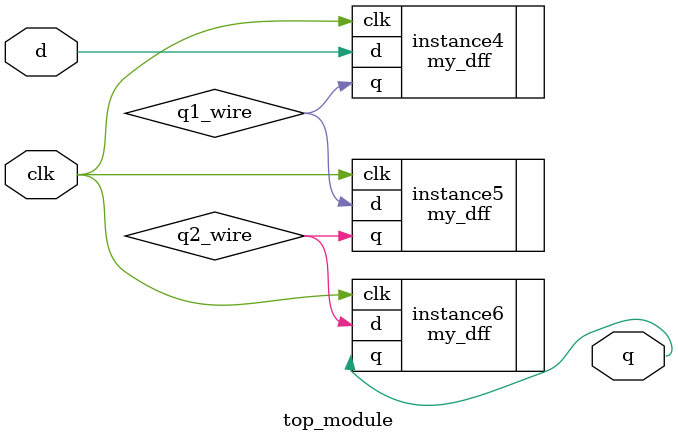
<source format=v>
module top_module ( input clk, input d, output q );
    wire q1_wire;
    wire q2_wire;
    my_dff instance4 (.clk(clk),.d(d),.q(q1_wire));
    my_dff instance5 (.clk(clk),.d(q1_wire),.q(q2_wire));
    my_dff instance6 (.clk(clk),.d(q2_wire),.q(q));
       
endmodule

</source>
